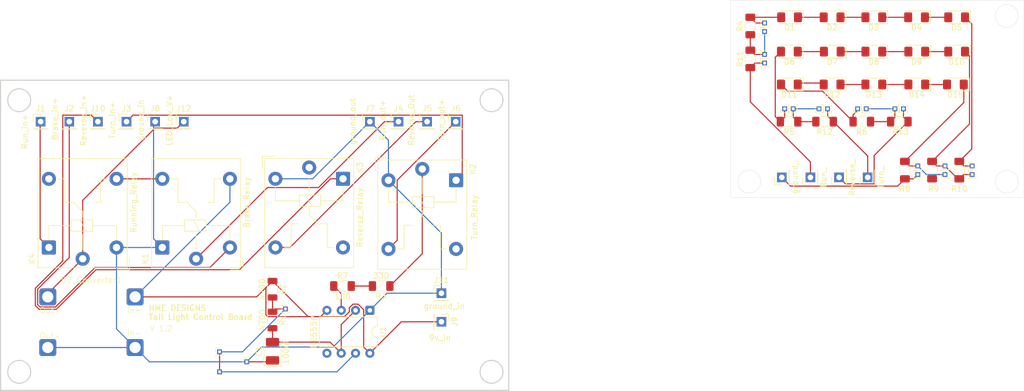
<source format=kicad_pcb>
(kicad_pcb (version 20241229) (generator "pcbnew") (generator_version "9.0")
  (title_block (title "Automotive Indicator Lights") (rev "0.0") (company "HME Engineering"))
  (layers (0 "F.Cu" signal) (2 "B.Cu" signal) (13 "F.Paste" user) (15 "B.Paste" user) (5 "F.SilkS" user "F.Silkscreen") (7 "B.SilkS" user "B.Silkscreen") (1 "F.Mask" user) (3 "B.Mask" user) (25 "Edge.Cuts" user))
  (net 0 "")
  (net 1 "GND")
  (net 2 "Net-(U1-THR)")
  (net 3 "Net-(J1-Pin_1)")
  (net 4 "Net-(J2-Pin_1)")
  (net 5 "Net-(J3-Pin_1)")
  (net 6 "Net-(J4-Pin_1)")
  (net 7 "Net-(J5-Pin_1)")
  (net 8 "Net-(J6-Pin_1)")
  (net 9 "Net-(DC_Converter1-Out+)")
  (net 11 "Net-(K2-Pad11)")
  (net 13 "Net-(U1-DIS)")
  (net 14 "+9V")
  (net 15 "Net-(U1-Q)")
  (net 17 "Net-(R3-Pad2)")
  (net 18 "Net-(J10-Pin_1)")
  (net 19 "Net-(K1-Pad12)")
  (net 20 "LED_High_V+")
  (net 22 "Net-(D1-K)")
  (net 23 "Net-(D2-K)")
  (net 24 "Net-(D3-K)")
  (net 25 "Net-(D4-K)")
  (net 26 "Net-(D10-K)")
  (net 27 "Net-(D6-K)")
  (net 28 "Net-(D7-K)")
  (net 29 "Net-(D8-K)")
  (net 30 "Net-(D10-A)")
  (net 31 "Net-(D11-K)")
  (net 32 "Net-(D12-K)")
  (net 33 "Net-(D13-K)")
  (net 34 "Net-(D14-K)")
  (net 35 "Net-(D1-A)")
  (net 36 "Net-(D5-K)")
  (net 37 "Net-(D6-A)")
  (net 38 "Net-(D11-A)")
  (net 39 "Net-(D15-K)")
  (net 40 "Net-(R11-Pad2)")
  (net 41 "Net-(R12-Pad2)")
  (net 42 "Net-(R13-Pad2)")
  (net 43 "Net-(J13-Pin_1)")
  (net 44 "Net-(J14-Pin_1)")
  (net 45 "Net-(J15-Pin_1)")
  (net 46 "Net-(J16-Pin_1)")
  (footprint "Connector_PinHeader_2.54mm:PinHeader_1x01_P2.54mm_Vertical" (layer "F.Cu") (at 105.41 46.99)
    (property "Reference" "J10" (at 0 -2.33 0) (layer "F.SilkS"))
    (property "Value" "Reverse_in+" (at -2.54 -0.254 90) (layer "F.SilkS"))
    (pad "1" thru_hole rect (at 0 0) (size 1.7 1.7) (drill 1) (layers "*.Cu" "*.Mask") (net 18 "Net-(J10-Pin_1)"))
  )
  (footprint "LED_SMD:LED_1206_3216Metric_Pad1.42x1.75mm_HandSolder" (layer "F.Cu") (at 250.719 40.386 180)
    (property "Reference" "D14" (at 0 -1.82 0) (layer "F.SilkS"))
    (property "Value" "LED")
    (pad "1" smd roundrect (at -1.4875 0 180) (size 1.425 1.75) (layers "F.Cu" "F.Mask" "F.Paste") (roundrect_rratio 0.175439) (net 34 "Net-(D14-K)"))
    (pad "2" smd roundrect (at 1.4875 0 180) (size 1.425 1.75) (layers "F.Cu" "F.Mask" "F.Paste") (roundrect_rratio 0.175439) (net 33 "Net-(D13-K)"))
  )
  (footprint "LED_SMD:LED_1206_3216Metric_Pad1.42x1.75mm_HandSolder" (layer "F.Cu") (at 243.099 28.448 180)
    (property "Reference" "D3" (at 0 -1.82 0) (layer "F.SilkS"))
    (property "Value" "LED")
    (pad "1" smd roundrect (at -1.4875 0 180) (size 1.425 1.75) (layers "F.Cu" "F.Mask" "F.Paste") (roundrect_rratio 0.175439) (net 24 "Net-(D3-K)"))
    (pad "2" smd roundrect (at 1.4875 0 180) (size 1.425 1.75) (layers "F.Cu" "F.Mask" "F.Paste") (roundrect_rratio 0.175439) (net 23 "Net-(D2-K)"))
  )
  (footprint "Capacitor_Tantalum_SMD:CP_EIA-3528-12_Kemet-T_Pad1.50x2.35mm_HandSolder" (layer "F.Cu") (at 136.398 87.783 90)
    (property "Reference" "C1" (at 0 -2.35 90) (layer "F.SilkS"))
    (property "Value" "100uF" (at 0 2.35 90) (layer "F.SilkS"))
    (pad "1" smd roundrect (at -1.625 0 90) (size 1.5 2.35) (layers "F.Cu" "F.Mask" "F.Paste") (roundrect_rratio 0.166667) (net 1 "GND"))
    (pad "2" smd roundrect (at 1.625 0 90) (size 1.5 2.35) (layers "F.Cu" "F.Mask" "F.Paste") (roundrect_rratio 0.166667) (net 2 "Net-(U1-THR)"))
  )
  (footprint "Connector_PinHeader_1.00mm:PinHeader_1x01_P1.00mm_Vertical" (layer "F.Cu") (at 255.726 54.864)
    (property "Reference" "REF**" (hide yes))
    (property "Value" "PinHeader_1x01_P1.00mm_Vertical" (hide yes))
    (pad "1" thru_hole rect (at 0 0) (size 0.85 0.85) (drill 0.5) (layers "*.Cu" "*.Mask") (net 26 "Net-(D10-K)"))
  )
  (footprint "LED_SMD:LED_1206_3216Metric_Pad1.42x1.75mm_HandSolder" (layer "F.Cu") (at 235.6965 28.448 180)
    (property "Reference" "D2" (at 0 -1.82 0) (layer "F.SilkS"))
    (property "Value" "LED")
    (pad "1" smd roundrect (at -1.4875 0 180) (size 1.425 1.75) (layers "F.Cu" "F.Mask" "F.Paste") (roundrect_rratio 0.175439) (net 23 "Net-(D2-K)"))
    (pad "2" smd roundrect (at 1.4875 0 180) (size 1.425 1.75) (layers "F.Cu" "F.Mask" "F.Paste") (roundrect_rratio 0.175439) (net 22 "Net-(D1-K)"))
  )
  (footprint "Connector_PinHeader_1.00mm:PinHeader_1x01_P1.00mm_Vertical" (layer "F.Cu") (at 260.552 54.864)
    (property "Reference" "REF**" (hide yes))
    (property "Value" "PinHeader_1x01_P1.00mm_Vertical" (hide yes))
    (pad "1" thru_hole rect (at 0 0) (size 0.85 0.85) (drill 0.5) (layers "*.Cu" "*.Mask") (net 36 "Net-(D5-K)"))
  )
  (footprint "Connector_PinHeader_1.00mm:PinHeader_1x01_P1.00mm_Vertical" (layer "F.Cu") (at 131.826 89.662)
    (property "Reference" "REF**" (hide yes))
    (property "Value" "PinHeader_1x01_P1.00mm_Vertical" (hide yes))
    (pad "1" thru_hole rect (at 0 0) (size 0.85 0.85) (drill 0.5) (layers "*.Cu" "*.Mask") (net 1 "GND"))
  )
  (footprint "Connector_PinHeader_2.54mm:PinHeader_1x01_P2.54mm_Vertical" (layer "F.Cu") (at 115.57 46.99)
    (property "Reference" "J8" (at 0 -2.33 0) (layer "F.SilkS"))
    (property "Value" "ground_in" (at -2.54 -0.254 90) (layer "F.SilkS"))
    (pad "1" thru_hole rect (at 0 0) (size 1.7 1.7) (drill 1) (layers "*.Cu" "*.Mask") (net 1 "GND"))
  )
  (footprint "Connector_PinHeader_1.00mm:PinHeader_1x01_P1.00mm_Vertical" (layer "F.Cu") (at 250.9 54.864)
    (property "Reference" "REF**" (hide yes))
    (property "Value" "PinHeader_1x01_P1.00mm_Vertical" (hide yes))
    (pad "1" thru_hole rect (at 0 0) (size 0.85 0.85) (drill 0.5) (layers "*.Cu" "*.Mask") (net 39 "Net-(D15-K)"))
  )
  (footprint "Connector_PinHeader_1.00mm:PinHeader_1x01_P1.00mm_Vertical" (layer "F.Cu") (at 228.802 44.704 90)
    (property "Reference" "REF**" (hide yes))
    (property "Value" "PinHeader_1x01_P1.00mm_Vertical" (hide yes))
    (pad "1" thru_hole rect (at 0 0 90) (size 0.85 0.85) (drill 0.5) (layers "*.Cu" "*.Mask") (net 41 "Net-(R12-Pad2)"))
  )
  (footprint "Connector_PinHeader_1.00mm:PinHeader_1x01_P1.00mm_Vertical" (layer "F.Cu") (at 223.722 29.464)
    (property "Reference" "REF**" (hide yes))
    (property "Value" "PinHeader_1x01_P1.00mm_Vertical" (hide yes))
    (pad "1" thru_hole rect (at 0 0) (size 0.85 0.85) (drill 0.5) (layers "*.Cu" "*.Mask") (net 35 "Net-(D1-A)"))
  )
  (footprint "Resistor_SMD:R_1206_3216Metric_Pad1.30x1.75mm_HandSolder" (layer "F.Cu") (at 234.364 46.99 180)
    (property "Reference" "R12" (at 0 -1.82 0) (layer "F.SilkS"))
    (property "Value" "330" (hide yes))
    (pad "1" smd roundrect (at -1.55 0 180) (size 1.3 1.75) (layers "F.Cu" "F.Mask" "F.Paste") (roundrect_rratio 0.192308) (net 44 "Net-(J14-Pin_1)"))
    (pad "2" smd roundrect (at 1.55 0 180) (size 1.3 1.75) (layers "F.Cu" "F.Mask" "F.Paste") (roundrect_rratio 0.192308) (net 41 "Net-(R12-Pad2)"))
  )
  (footprint "Connector_PinHeader_2.54mm:PinHeader_1x01_P2.54mm_Vertical" (layer "F.Cu") (at 166.37 77.47)
    (property "Reference" "J11" (at 0 -2.33 0) (layer "F.SilkS"))
    (property "Value" "ground_in" (at 0.508 2.286 0) (layer "F.SilkS"))
    (pad "1" thru_hole rect (at 0 0) (size 1.7 1.7) (drill 1) (layers "*.Cu" "*.Mask") (net 1 "GND"))
  )
  (footprint "Resistor_SMD:R_1206_3216Metric_Pad1.30x1.75mm_HandSolder" (layer "F.Cu") (at 247.624 46.99 180)
    (property "Reference" "R13" (at -0.228 -1.82 0) (layer "F.SilkS"))
    (property "Value" "330" (hide yes))
    (pad "1" smd roundrect (at -1.55 0 180) (size 1.3 1.75) (layers "F.Cu" "F.Mask" "F.Paste") (roundrect_rratio 0.192308) (net 45 "Net-(J15-Pin_1)"))
    (pad "2" smd roundrect (at 1.55 0 180) (size 1.3 1.75) (layers "F.Cu" "F.Mask" "F.Paste") (roundrect_rratio 0.192308) (net 42 "Net-(R13-Pad2)"))
  )
  (footprint "Relay_THT:Relay_SPDT_Hongfa_JQC-3FF_0XX-1Z" (layer "F.Cu") (at 168.972 57.404 -90)
    (property "Reference" "K2" (at -2 -3 90) (layer "F.SilkS"))
    (property "Value" "Turn_Relay" (at 6.604 -3.24 90) (layer "F.SilkS"))
    (pad "11" thru_hole circle (at -2 6 270) (size 2.5 2.5) (drill 1.3) (layers "*.Cu" "*.Mask") (net 11 "Net-(K2-Pad11)"))
    (pad "12" thru_hole circle (at 12.2 0 270) (size 2.5 2.5) (drill 1.3) (layers "*.Cu" "*.Mask"))
    (pad "14" thru_hole circle (at 12.2 12 270) (size 2.5 2.5) (drill 1.3) (layers "*.Cu" "*.Mask") (net 8 "Net-(J6-Pin_1)"))
    (pad "A1" thru_hole roundrect (at 0 0 270) (size 2.5 2.5) (drill 1.3) (layers "*.Cu" "*.Mask") (roundrect_rratio 0.1) (net 5 "Net-(J3-Pin_1)"))
    (pad "A2" thru_hole circle (at 0 12 270) (size 2.5 2.5) (drill 1.3) (layers "*.Cu" "*.Mask") (net 1 "GND"))
  )
  (footprint "Resistor_SMD:R_1206_3216Metric" (layer "F.Cu") (at 136.398 82.2345 -90)
    (property "Reference" "R1" (at 0 -1.82 90) (layer "F.SilkS"))
    (property "Value" "4700" (at 0 1.82 90) (layer "F.SilkS"))
    (pad "1" smd roundrect (at -1.4625 0 270) (size 1.125 1.75) (layers "F.Cu" "F.Mask" "F.Paste") (roundrect_rratio 0.222222) (net 13 "Net-(U1-DIS)"))
    (pad "2" smd roundrect (at 1.4625 0 270) (size 1.125 1.75) (layers "F.Cu" "F.Mask" "F.Paste") (roundrect_rratio 0.222222) (net 2 "Net-(U1-THR)"))
  )
  (footprint "LED_SMD:LED_1206_3216Metric_Pad1.42x1.75mm_HandSolder" (layer "F.Cu") (at 228.113 40.386 180)
    (property "Reference" "D11" (at 0 -1.82 0) (layer "F.SilkS"))
    (property "Value" "LED")
    (pad "1" smd roundrect (at -1.4875 0 180) (size 1.425 1.75) (layers "F.Cu" "F.Mask" "F.Paste") (roundrect_rratio 0.175439) (net 31 "Net-(D11-K)"))
    (pad "2" smd roundrect (at 1.4875 0 180) (size 1.425 1.75) (layers "F.Cu" "F.Mask" "F.Paste") (roundrect_rratio 0.175439) (net 38 "Net-(D11-A)"))
  )
  (footprint "Converter_DCDC:MH-MINI-360" (layer "F.Cu") (at 103.514 89.622)
    (property "Reference" "DC_Converter1" (at 0.75 -14.5 0) (layer "F.SilkS") (effects (font (thickness 0.1))))
    (property "Value" "~")
    (fp_text user "Out+" (at -8.5 -8.5 0) (layer "F.SilkS") (effects (font (thickness 0.1)) (justify left bottom)))
    (fp_text user "In-" (at 7 -4.5 0) (layer "F.SilkS") (effects (font (thickness 0.1)) (justify left bottom)))
    (fp_text user "Out-" (at -8.5 -4 0) (layer "F.SilkS") (effects (font (thickness 0.1)) (justify left bottom)))
    (fp_text user "In+" (at 7 -8.5 0) (layer "F.SilkS") (effects (font (thickness 0.1)) (justify left bottom)))
    (pad "1" thru_hole roundrect (at -7 -11.5) (size 3 3) (drill 2) (layers "*.Cu" "*.Mask") (roundrect_rratio 0.15) (net 9 "Net-(DC_Converter1-Out+)"))
    (pad "2" thru_hole roundrect (at -7 -2.5) (size 3 3) (drill 2) (layers "*.Cu" "*.Mask") (roundrect_rratio 0.15) (net 1 "GND"))
    (pad "3" thru_hole roundrect (at 8.5 -11.5) (size 3 3) (drill 2) (layers "*.Cu" "*.Mask") (roundrect_rratio 0.15) (net 14 "+9V"))
    (pad "4" thru_hole roundrect (at 8.5 -2.5) (size 3 3) (drill 2) (layers "*.Cu" "*.Mask") (roundrect_rratio 0.15) (net 1 "GND"))
  )
  (footprint "Connector_PinHeader_1.00mm:PinHeader_1x01_P1.00mm_Vertical" (layer "F.Cu") (at 233.374 44.704 90)
    (property "Reference" "REF**" (hide yes))
    (property "Value" "PinHeader_1x01_P1.00mm_Vertical" (hide yes))
    (pad "1" thru_hole rect (at 0 0 90) (size 0.85 0.85) (drill 0.5) (layers "*.Cu" "*.Mask") (net 41 "Net-(R12-Pad2)"))
  )
  (footprint "Connector_PinHeader_1.00mm:PinHeader_1x01_P1.00mm_Vertical" (layer "F.Cu") (at 241.756 44.704 90)
    (property "Reference" "REF**" (hide yes))
    (property "Value" "PinHeader_1x01_P1.00mm_Vertical" (hide yes))
    (pad "1" thru_hole rect (at 0 0 90) (size 0.85 0.85) (drill 0.5) (layers "*.Cu" "*.Mask") (net 42 "Net-(R13-Pad2)"))
  )
  (footprint "Connector_PinHeader_1.00mm:PinHeader_1x01_P1.00mm_Vertical" (layer "F.Cu") (at 227.278 44.704 90)
    (property "Reference" "REF**" (hide yes))
    (property "Value" "PinHeader_1x01_P1.00mm_Vertical" (hide yes))
    (pad "1" thru_hole rect (at 0 0 90) (size 0.85 0.85) (drill 0.5) (layers "*.Cu" "*.Mask") (net 37 "Net-(D6-A)"))
  )
  (footprint "" (layer "F.Cu") (at 127 91.44)
    (property "Reference" "" (at 0 0 0) (layer "F.SilkS") (effects (font (size 1.27 1.27))))
    (property "Value" "")
    (pad "1" thru_hole rect (at 0 0) (size 0.85 0.85) (drill 0.5) (layers "*.Cu" "*.Mask") (net 13 "Net-(U1-DIS)"))
  )
  (footprint "Package_DIP:DIP-8_W7.62mm" (layer "F.Cu") (at 153.67 80.518 -90)
    (property "Reference" "U1" (at 3.81 -2.33 90) (layer "F.SilkS"))
    (property "Value" "NE555P" (at 3.81 9.95 90) (layer "F.SilkS"))
    (pad "1" thru_hole roundrect (at 0 0 270) (size 1.6 1.6) (drill 0.8) (layers "*.Cu" "*.Mask") (roundrect_rratio 0.15625) (net 1 "GND"))
    (pad "2" thru_hole circle (at 0 2.54 270) (size 1.6 1.6) (drill 0.8) (layers "*.Cu" "*.Mask") (net 2 "Net-(U1-THR)"))
    (pad "3" thru_hole circle (at 0 5.08 270) (size 1.6 1.6) (drill 0.8) (layers "*.Cu" "*.Mask") (net 15 "Net-(U1-Q)"))
    (pad "4" thru_hole circle (at 0 7.62 270) (size 1.6 1.6) (drill 0.8) (layers "*.Cu" "*.Mask") (net 14 "+9V"))
    (pad "5" thru_hole circle (at 7.62 7.62 270) (size 1.6 1.6) (drill 0.8) (layers "*.Cu" "*.Mask"))
    (pad "6" thru_hole circle (at 7.62 5.08 270) (size 1.6 1.6) (drill 0.8) (layers "*.Cu" "*.Mask") (net 2 "Net-(U1-THR)"))
    (pad "7" thru_hole circle (at 7.62 2.54 270) (size 1.6 1.6) (drill 0.8) (layers "*.Cu" "*.Mask") (net 13 "Net-(U1-DIS)"))
    (pad "8" thru_hole circle (at 7.62 0 270) (size 1.6 1.6) (drill 0.8) (layers "*.Cu" "*.Mask") (net 14 "+9V"))
  )
  (footprint "Connector_PinHeader_1.00mm:PinHeader_1x01_P1.00mm_Vertical" (layer "F.Cu") (at 248.36 44.704 90)
    (property "Reference" "REF**" (hide yes))
    (property "Value" "PinHeader_1x01_P1.00mm_Vertical" (hide yes))
    (pad "1" thru_hole rect (at 0 0 90) (size 0.85 0.85) (drill 0.5) (layers "*.Cu" "*.Mask") (net 45 "Net-(J15-Pin_1)"))
  )
  (footprint "Connector_PinHeader_1.00mm:PinHeader_1x01_P1.00mm_Vertical" (layer "F.Cu") (at 223.722 35.052)
    (property "Reference" "REF**" (hide yes))
    (property "Value" "PinHeader_1x01_P1.00mm_Vertical" (hide yes))
    (pad "1" thru_hole rect (at 0 0) (size 0.85 0.85) (drill 0.5) (layers "*.Cu" "*.Mask") (net 40 "Net-(R11-Pad2)"))
  )
  (footprint "Connector_PinHeader_2.54mm:PinHeader_1x01_P2.54mm_Vertical" (layer "F.Cu") (at 110.49 46.99)
    (property "Reference" "J3" (at 0 -2.33 0) (layer "F.SilkS"))
    (property "Value" "Turn_in+" (at -2.54 -0.254 90) (layer "F.SilkS"))
    (pad "1" thru_hole rect (at 0 0) (size 1.7 1.7) (drill 1) (layers "*.Cu" "*.Mask") (net 5 "Net-(J3-Pin_1)"))
  )
  (footprint "Resistor_SMD:R_1206_3216Metric_Pad1.30x1.75mm_HandSolder" (layer "F.Cu") (at 253.44 55.6 90)
    (property "Reference" "R9" (at -3.328 0.254 180) (layer "F.SilkS"))
    (property "Value" "330" (hide yes))
    (pad "1" smd roundrect (at -1.55 0 90) (size 1.3 1.75) (layers "F.Cu" "F.Mask" "F.Paste") (roundrect_rratio 0.192308) (net 39 "Net-(D15-K)"))
    (pad "2" smd roundrect (at 1.55 0 90) (size 1.3 1.75) (layers "F.Cu" "F.Mask" "F.Paste") (roundrect_rratio 0.192308) (net 26 "Net-(D10-K)"))
  )
  (footprint "LED_SMD:LED_1206_3216Metric_Pad1.42x1.75mm_HandSolder" (layer "F.Cu") (at 243.099 40.386 180)
    (property "Reference" "D13" (at 0 -1.82 0) (layer "F.SilkS"))
    (property "Value" "LED")
    (pad "1" smd roundrect (at -1.4875 0 180) (size 1.425 1.75) (layers "F.Cu" "F.Mask" "F.Paste") (roundrect_rratio 0.175439) (net 33 "Net-(D13-K)"))
    (pad "2" smd roundrect (at 1.4875 0 180) (size 1.425 1.75) (layers "F.Cu" "F.Mask" "F.Paste") (roundrect_rratio 0.175439) (net 32 "Net-(D12-K)"))
  )
  (footprint "Resistor_SMD:R_1206_3216Metric_Pad1.30x1.75mm_HandSolder" (layer "F.Cu") (at 228.066 46.99 180)
    (property "Reference" "R5" (at 0 -1.82 0) (layer "F.SilkS"))
    (property "Value" "330" (hide yes))
    (pad "1" smd roundrect (at -1.55 0 180) (size 1.3 1.75) (layers "F.Cu" "F.Mask" "F.Paste") (roundrect_rratio 0.192308) (net 41 "Net-(R12-Pad2)"))
    (pad "2" smd roundrect (at 1.55 0 180) (size 1.3 1.75) (layers "F.Cu" "F.Mask" "F.Paste") (roundrect_rratio 0.192308) (net 37 "Net-(D6-A)"))
  )
  (footprint "LED_SMD:LED_1206_3216Metric_Pad1.42x1.75mm_HandSolder" (layer "F.Cu") (at 250.719 34.544 180)
    (property "Reference" "D9" (at 0 -1.82 0) (layer "F.SilkS"))
    (property "Value" "LED")
    (pad "1" smd roundrect (at -1.4875 0 180) (size 1.425 1.75) (layers "F.Cu" "F.Mask" "F.Paste") (roundrect_rratio 0.175439) (net 30 "Net-(D10-A)"))
    (pad "2" smd roundrect (at 1.4875 0 180) (size 1.425 1.75) (layers "F.Cu" "F.Mask" "F.Paste") (roundrect_rratio 0.175439) (net 29 "Net-(D8-K)"))
  )
  (footprint "Resistor_SMD:R_1206_3216Metric_Pad1.30x1.75mm_HandSolder" (layer "F.Cu") (at 221.182 35.84 90)
    (property "Reference" "R11" (at 0 -1.82 90) (layer "F.SilkS"))
    (property "Value" "330" (hide yes))
    (pad "1" smd roundrect (at -1.55 0 90) (size 1.3 1.75) (layers "F.Cu" "F.Mask" "F.Paste") (roundrect_rratio 0.192308) (net 43 "Net-(J13-Pin_1)"))
    (pad "2" smd roundrect (at 1.55 0 90) (size 1.3 1.75) (layers "F.Cu" "F.Mask" "F.Paste") (roundrect_rratio 0.192308) (net 40 "Net-(R11-Pad2)"))
  )
  (footprint "Resistor_SMD:R_1206_3216Metric_Pad1.30x1.75mm_HandSolder" (layer "F.Cu") (at 248.614 55.6 90)
    (property "Reference" "R8" (at -3.328 0 180) (layer "F.SilkS"))
    (property "Value" "330" (hide yes))
    (pad "1" smd roundrect (at -1.55 0 90) (size 1.3 1.75) (layers "F.Cu" "F.Mask" "F.Paste") (roundrect_rratio 0.192308) (net 46 "Net-(J16-Pin_1)"))
    (pad "2" smd roundrect (at 1.55 0 90) (size 1.3 1.75) (layers "F.Cu" "F.Mask" "F.Paste") (roundrect_rratio 0.192308) (net 39 "Net-(D15-K)"))
  )
  (footprint "Connector_PinHeader_1.00mm:PinHeader_1x01_P1.00mm_Vertical" (layer "F.Cu") (at 138.684 80.264)
    (property "Reference" "REF**" (hide yes))
    (property "Value" "PinHeader_1x01_P1.00mm_Vertical" (hide yes))
    (pad "1" thru_hole rect (at 0 0) (size 0.85 0.85) (drill 0.5) (layers "*.Cu" "*.Mask") (net 13 "Net-(U1-DIS)"))
  )
  (footprint "Connector_PinHeader_1.00mm:PinHeader_1x01_P1.00mm_Vertical" (layer "F.Cu") (at 234.898 44.704 90)
    (property "Reference" "REF**" (hide yes))
    (property "Value" "PinHeader_1x01_P1.00mm_Vertical" (hide yes))
    (pad "1" thru_hole rect (at 0 0 90) (size 0.85 0.85) (drill 0.5) (layers "*.Cu" "*.Mask") (net 44 "Net-(J14-Pin_1)"))
  )
  (footprint "Resistor_SMD:R_1206_3216Metric_Pad1.30x1.75mm_HandSolder" (layer "F.Cu") (at 258.266 55.6 90)
    (property "Reference" "R10" (at -3.328 0 180) (layer "F.SilkS"))
    (property "Value" "330" (hide yes))
    (pad "1" smd roundrect (at -1.55 0 90) (size 1.3 1.75) (layers "F.Cu" "F.Mask" "F.Paste") (roundrect_rratio 0.192308) (net 26 "Net-(D10-K)"))
    (pad "2" smd roundrect (at 1.55 0 90) (size 1.3 1.75) (layers "F.Cu" "F.Mask" "F.Paste") (roundrect_rratio 0.192308) (net 36 "Net-(D5-K)"))
  )
  (footprint "Connector_PinHeader_2.54mm:PinHeader_1x01_P2.54mm_Vertical" (layer "F.Cu") (at 95.25 46.99)
    (property "Reference" "J1" (at 0 -2.33 0) (layer "F.SilkS"))
    (property "Value" "Run_in+" (at -2.794 1.778 90) (layer "F.SilkS"))
    (pad "1" thru_hole rect (at 0 0) (size 1.7 1.7) (drill 1) (layers "*.Cu" "*.Mask") (net 3 "Net-(J1-Pin_1)"))
  )
  (footprint "Connector_PinHeader_2.54mm:PinHeader_1x01_P2.54mm_Vertical" (layer "F.Cu") (at 153.67 46.99)
    (property "Reference" "J7" (at 0 -2.33 0) (layer "F.SilkS"))
    (property "Value" "ground_out" (at -3.048 0 90) (layer "F.SilkS"))
    (pad "1" thru_hole rect (at 0 0) (size 1.7 1.7) (drill 1) (layers "*.Cu" "*.Mask") (net 1 "GND"))
  )
  (footprint "Relay_THT:Relay_SPDT_Hongfa_JQC-3FF_0XX-1Z" (layer "F.Cu") (at 148.906 57.142 -90)
    (property "Reference" "K3" (at -2 -3 90) (layer "F.SilkS"))
    (property "Value" "Reverse_Relay" (at 6.866 -2.986 90) (layer "F.SilkS"))
    (pad "11" thru_hole circle (at -2 6 270) (size 2.5 2.5) (drill 1.3) (layers "*.Cu" "*.Mask") (net 20 "LED_High_V+"))
    (pad "12" thru_hole circle (at 12.2 0 270) (size 2.5 2.5) (drill 1.3) (layers "*.Cu" "*.Mask"))
    (pad "14" thru_hole circle (at 12.2 12 270) (size 2.5 2.5) (drill 1.3) (layers "*.Cu" "*.Mask") (net 7 "Net-(J5-Pin_1)"))
    (pad "A1" thru_hole roundrect (at 0 0 270) (size 2.5 2.5) (drill 1.3) (layers "*.Cu" "*.Mask") (roundrect_rratio 0.1) (net 18 "Net-(J10-Pin_1)"))
    (pad "A2" thru_hole circle (at 0 12 270) (size 2.5 2.5) (drill 1.3) (layers "*.Cu" "*.Mask") (net 1 "GND"))
  )
  (footprint "Connector_PinHeader_1.00mm:PinHeader_1x01_P1.00mm_Vertical" (layer "F.Cu") (at 223.722 36.576)
    (property "Reference" "REF**" (hide yes))
    (property "Value" "PinHeader_1x01_P1.00mm_Vertical" (hide yes))
    (pad "1" thru_hole rect (at 0 0) (size 0.85 0.85) (drill 0.5) (layers "*.Cu" "*.Mask") (net 43 "Net-(J13-Pin_1)"))
  )
  (footprint "Resistor_SMD:R_1206_3216Metric_Pad1.30x1.75mm_HandSolder" (layer "F.Cu") (at 240.968 46.99 180)
    (property "Reference" "R6" (at 0 -1.82 0) (layer "F.SilkS"))
    (property "Value" "330" (hide yes))
    (pad "1" smd roundrect (at -1.55 0 180) (size 1.3 1.75) (layers "F.Cu" "F.Mask" "F.Paste") (roundrect_rratio 0.192308) (net 42 "Net-(R13-Pad2)"))
    (pad "2" smd roundrect (at 1.55 0 180) (size 1.3 1.75) (layers "F.Cu" "F.Mask" "F.Paste") (roundrect_rratio 0.192308) (net 38 "Net-(D11-A)"))
  )
  (footprint "Connector_PinHeader_2.54mm:PinHeader_1x01_P2.54mm_Vertical" (layer "F.Cu") (at 158.75 46.99)
    (property "Reference" "J4" (at 0 -2.33 0) (layer "F.SilkS"))
    (property "Value" "Run_out+" (at -2.794 -0.254 90) (layer "F.SilkS"))
    (pad "1" thru_hole rect (at 0 0) (size 1.7 1.7) (drill 1) (layers "*.Cu" "*.Mask") (net 6 "Net-(J4-Pin_1)"))
  )
  (footprint "LED_SMD:LED_1206_3216Metric_Pad1.42x1.75mm_HandSolder" (layer "F.Cu") (at 228.1495 28.448 180)
    (property "Reference" "D1" (at 0 -1.82 0) (layer "F.SilkS"))
    (property "Value" "LED")
    (pad "1" smd roundrect (at -1.4875 0 180) (size 1.425 1.75) (layers "F.Cu" "F.Mask" "F.Paste") (roundrect_rratio 0.175439) (net 22 "Net-(D1-K)"))
    (pad "2" smd roundrect (at 1.4875 0 180) (size 1.425 1.75) (layers "F.Cu" "F.Mask" "F.Paste") (roundrect_rratio 0.175439) (net 35 "Net-(D1-A)"))
  )
  (footprint "Connector_PinHeader_2.54mm:PinHeader_1x01_P2.54mm_Vertical" (layer "F.Cu") (at 231.85 56.896 90)
    (property "Reference" "J13" (hide yes))
    (property "Value" "Run_" (at 0 2.33 90) (layer "F.SilkS"))
    (pad "1" thru_hole rect (at 0 0 90) (size 1.7 1.7) (drill 1) (layers "*.Cu" "*.Mask") (net 43 "Net-(J13-Pin_1)"))
  )
  (footprint "Connector_PinHeader_2.54mm:PinHeader_1x01_P2.54mm_Vertical" (layer "F.Cu") (at 242.01 56.896 90)
    (property "Reference" "J14" (hide yes))
    (property "Value" "Turn_" (at 0 2.33 90) (layer "F.SilkS"))
    (pad "1" thru_hole rect (at 0 0 90) (size 1.7 1.7) (drill 1) (layers "*.Cu" "*.Mask") (net 44 "Net-(J14-Pin_1)"))
  )
  (footprint "LED_SMD:LED_1206_3216Metric_Pad1.42x1.75mm_HandSolder" (layer "F.Cu") (at 235.6965 40.386 180)
    (property "Reference" "D12" (at 0 -1.82 0) (layer "F.SilkS"))
    (property "Value" "LED")
    (pad "1" smd roundrect (at -1.4875 0 180) (size 1.425 1.75) (layers "F.Cu" "F.Mask" "F.Paste") (roundrect_rratio 0.175439) (net 32 "Net-(D12-K)"))
    (pad "2" smd roundrect (at 1.4875 0 180) (size 1.425 1.75) (layers "F.Cu" "F.Mask" "F.Paste") (roundrect_rratio 0.175439) (net 31 "Net-(D11-K)"))
  )
  (footprint "Connector_PinHeader_2.54mm:PinHeader_1x01_P2.54mm_Vertical" (layer "F.Cu") (at 120.65 46.99)
    (property "Reference" "J12" (at 0 -2.33 0) (layer "F.SilkS"))
    (property "Value" "LED_Low_V+" (at -2.54 -0.254 90) (layer "F.SilkS"))
    (pad "1" thru_hole rect (at 0 0) (size 1.7 1.7) (drill 1) (layers "*.Cu" "*.Mask") (net 9 "Net-(DC_Converter1-Out+)"))
  )
  (footprint "LED_SMD:LED_1206_3216Metric_Pad1.42x1.75mm_HandSolder" (layer "F.Cu") (at 243.099 34.544 180)
    (property "Reference" "D8" (at 0 -1.82 0) (layer "F.SilkS"))
    (property "Value" "LED")
    (pad "1" smd roundrect (at -1.4875 0 180) (size 1.425 1.75) (layers "F.Cu" "F.Mask" "F.Paste") (roundrect_rratio 0.175439) (net 29 "Net-(D8-K)"))
    (pad "2" smd roundrect (at 1.4875 0 180) (size 1.425 1.75) (layers "F.Cu" "F.Mask" "F.Paste") (roundrect_rratio 0.175439) (net 28 "Net-(D7-K)"))
  )
  (footprint "Connector_PinHeader_1.00mm:PinHeader_1x01_P1.00mm_Vertical" (layer "F.Cu") (at 246.836 44.704 90)
    (property "Reference" "REF**" (hide yes))
    (property "Value" "PinHeader_1x01_P1.00mm_Vertical" (hide yes))
    (pad "1" thru_hole rect (at 0 0 90) (size 0.85 0.85) (drill 0.5) (layers "*.Cu" "*.Mask") (net 42 "Net-(R13-Pad2)"))
  )
  (footprint "Connector_PinHeader_2.54mm:PinHeader_1x01_P2.54mm_Vertical" (layer "F.Cu") (at 236.93 56.896 90)
    (property "Reference" "J15" (hide yes))
    (property "Value" "Reverse_" (at 0 2.33 90) (layer "F.SilkS"))
    (pad "1" thru_hole rect (at 0 0 90) (size 1.7 1.7) (drill 1) (layers "*.Cu" "*.Mask") (net 45 "Net-(J15-Pin_1)"))
  )
  (footprint "LED_SMD:LED_1206_3216Metric_Pad1.42x1.75mm_HandSolder" (layer "F.Cu") (at 250.6825 28.448 180)
    (property "Reference" "D4" (at 0 -1.82 0) (layer "F.SilkS"))
    (property "Value" "LED")
    (pad "1" smd roundrect (at -1.4875 0 180) (size 1.425 1.75) (layers "F.Cu" "F.Mask" "F.Paste") (roundrect_rratio 0.175439) (net 25 "Net-(D4-K)"))
    (pad "2" smd roundrect (at 1.4875 0 180) (size 1.425 1.75) (layers "F.Cu" "F.Mask" "F.Paste") (roundrect_rratio 0.175439) (net 24 "Net-(D3-K)"))
  )
  (footprint "Connector_PinHeader_2.54mm:PinHeader_1x01_P2.54mm_Vertical" (layer "F.Cu") (at 100.33 46.99)
    (property "Reference" "J2" (at 0 -2.33 0) (layer "F.SilkS"))
    (property "Value" "Brake_in+" (at -2.54 -0.508 90) (layer "F.SilkS"))
    (pad "1" thru_hole rect (at 0 0) (size 1.7 1.7) (drill 1) (layers "*.Cu" "*.Mask") (net 4 "Net-(J2-Pin_1)"))
  )
  (footprint "Connector_PinHeader_1.00mm:PinHeader_1x01_P1.00mm_Vertical" (layer "F.Cu") (at 260.552 56.388)
    (property "Reference" "REF**" (hide yes))
    (property "Value" "PinHeader_1x01_P1.00mm_Vertical" (hide yes))
    (pad "1" thru_hole rect (at 0 0) (size 0.85 0.85) (drill 0.5) (layers "*.Cu" "*.Mask") (net 26 "Net-(D10-K)"))
  )
  (footprint "Connector_PinHeader_2.54mm:PinHeader_1x01_P2.54mm_Vertical" (layer "F.Cu") (at 163.83 46.99)
    (property "Reference" "J5" (at 0 -2.33 0) (layer "F.SilkS"))
    (property "Value" "Reverse_Out" (at -2.794 -0.254 90) (layer "F.SilkS"))
    (pad "1" thru_hole rect (at 0 0) (size 1.7 1.7) (drill 1) (layers "*.Cu" "*.Mask") (net 7 "Net-(J5-Pin_1)"))
  )
  (footprint "Resistor_SMD:R_1206_3216Metric" (layer "F.Cu") (at 136.398 76.7695 -90)
    (property "Reference" "R2" (at 0 -1.82 90) (layer "F.SilkS"))
    (property "Value" "4700" (at 0 1.82 90) (layer "F.SilkS"))
    (pad "1" smd roundrect (at -1.4625 0 270) (size 1.125 1.75) (layers "F.Cu" "F.Mask" "F.Paste") (roundrect_rratio 0.222222) (net 14 "+9V"))
    (pad "2" smd roundrect (at 1.4625 0 270) (size 1.125 1.75) (layers "F.Cu" "F.Mask" "F.Paste") (roundrect_rratio 0.222222) (net 13 "Net-(U1-DIS)"))
  )
  (footprint "LED_SMD:LED_1206_3216Metric_Pad1.42x1.75mm_HandSolder" (layer "F.Cu") (at 257.7945 34.544 180)
    (property "Reference" "D10" (at 0 -1.82 0) (layer "F.SilkS"))
    (property "Value" "LED")
    (pad "1" smd roundrect (at -1.4875 0 180) (size 1.425 1.75) (layers "F.Cu" "F.Mask" "F.Paste") (roundrect_rratio 0.175439) (net 26 "Net-(D10-K)"))
    (pad "2" smd roundrect (at 1.4875 0 180) (size 1.425 1.75) (layers "F.Cu" "F.Mask" "F.Paste") (roundrect_rratio 0.175439) (net 30 "Net-(D10-A)"))
  )
  (footprint "Connector_PinHeader_2.54mm:PinHeader_1x01_P2.54mm_Vertical" (layer "F.Cu") (at 168.91 46.99)
    (property "Reference" "J6" (at 0 -2.33 0) (layer "F.SilkS"))
    (property "Value" "Turn_out+" (at -2.54 -0.254 90) (layer "F.SilkS"))
    (pad "1" thru_hole rect (at 0 0) (size 1.7 1.7) (drill 1) (layers "*.Cu" "*.Mask") (net 8 "Net-(J6-Pin_1)"))
  )
  (footprint "Relay_THT:Relay_SPDT_Hongfa_JQC-3FF_0XX-1Z" (layer "F.Cu") (at 96.712 69.35 90)
    (property "Reference" "K4" (at -2 -3 90) (layer "F.SilkS"))
    (property "Value" "Running_Relay" (at 8 15.048 90) (layer "F.SilkS"))
    (pad "11" thru_hole circle (at -2 6 90) (size 2.5 2.5) (drill 1.3) (layers "*.Cu" "*.Mask") (net 9 "Net-(DC_Converter1-Out+)"))
    (pad "12" thru_hole circle (at 12.2 0 90) (size 2.5 2.5) (drill 1.3) (layers "*.Cu" "*.Mask"))
    (pad "14" thru_hole circle (at 12.2 12 90) (size 2.5 2.5) (drill 1.3) (layers "*.Cu" "*.Mask") (net 19 "Net-(K1-Pad12)"))
    (pad "A1" thru_hole roundrect (at 0 0 90) (size 2.5 2.5) (drill 1.3) (layers "*.Cu" "*.Mask") (roundrect_rratio 0.1) (net 3 "Net-(J1-Pin_1)"))
    (pad "A2" thru_hole circle (at 0 12 90) (size 2.5 2.5) (drill 1.3) (layers "*.Cu" "*.Mask") (net 1 "GND"))
  )
  (footprint "Connector_PinHeader_1.00mm:PinHeader_1x01_P1.00mm_Vertical" (layer "F.Cu") (at 255.726 56.388)
    (property "Reference" "REF**" (hide yes))
    (property "Value" "PinHeader_1x01_P1.00mm_Vertical" (hide yes))
    (pad "1" thru_hole rect (at 0 0) (size 0.85 0.85) (drill 0.5) (layers "*.Cu" "*.Mask") (net 39 "Net-(D15-K)"))
  )
  (footprint "Connector_PinHeader_1.00mm:PinHeader_1x01_P1.00mm_Vertical" (layer "F.Cu") (at 240.232 44.704 90)
    (property "Reference" "REF**" (hide yes))
    (property "Value" "PinHeader_1x01_P1.00mm_Vertical" (hide yes))
    (pad "1" thru_hole rect (at 0 0 90) (size 0.85 0.85) (drill 0.5) (layers "*.Cu" "*.Mask") (net 38 "Net-(D11-A)"))
  )
  (footprint "Resistor_SMD:R_1206_3216Metric_Pad1.30x1.75mm_HandSolder" (layer "F.Cu") (at 148.818 76.2)
    (property "Reference" "R7" (at 0 -1.82 0) (layer "F.SilkS"))
    (property "Value" "100" (at 0 1.82 0) (layer "F.SilkS"))
    (pad "1" smd roundrect (at -1.55 0) (size 1.3 1.75) (layers "F.Cu" "F.Mask" "F.Paste") (roundrect_rratio 0.192308) (net 15 "Net-(U1-Q)"))
    (pad "2" smd roundrect (at 1.55 0) (size 1.3 1.75) (layers "F.Cu" "F.Mask" "F.Paste") (roundrect_rratio 0.192308) (net 17 "Net-(R3-Pad2)"))
  )
  (footprint "LED_SMD:LED_1206_3216Metric_Pad1.42x1.75mm_HandSolder" (layer "F.Cu") (at 228.113 34.544 180)
    (property "Reference" "D6" (at 0 -1.82 0) (layer "F.SilkS"))
    (property "Value" "LED")
    (pad "1" smd roundrect (at -1.4875 0 180) (size 1.425 1.75) (layers "F.Cu" "F.Mask" "F.Paste") (roundrect_rratio 0.175439) (net 27 "Net-(D6-K)"))
    (pad "2" smd roundrect (at 1.4875 0 180) (size 1.425 1.75) (layers "F.Cu" "F.Mask" "F.Paste") (roundrect_rratio 0.175439) (net 37 "Net-(D6-A)"))
  )
  (footprint "Connector_PinHeader_2.54mm:PinHeader_1x01_P2.54mm_Vertical" (layer "F.Cu") (at 226.77 56.896 90)
    (property "Reference" "J16" (hide yes))
    (property "Value" "ground_" (at 0 2.33 90) (layer "F.SilkS"))
    (pad "1" thru_hole rect (at 0 0 90) (size 1.7 1.7) (drill 1) (layers "*.Cu" "*.Mask") (net 46 "Net-(J16-Pin_1)"))
  )
  (footprint "Connector_PinHeader_1.00mm:PinHeader_1x01_P1.00mm_Vertical" (layer "F.Cu") (at 223.722 30.988)
    (property "Reference" "REF**" (hide yes))
    (property "Value" "PinHeader_1x01_P1.00mm_Vertical" (hide yes))
    (pad "1" thru_hole rect (at 0 0) (size 0.85 0.85) (drill 0.5) (layers "*.Cu" "*.Mask") (net 40 "Net-(R11-Pad2)"))
  )
  (footprint "Connector_PinHeader_1.00mm:PinHeader_1x01_P1.00mm_Vertical" (layer "F.Cu") (at 250.9 56.388)
    (property "Reference" "REF**" (hide yes))
    (property "Value" "PinHeader_1x01_P1.00mm_Vertical" (hide yes))
    (pad "1" thru_hole rect (at 0 0) (size 0.85 0.85) (drill 0.5) (layers "*.Cu" "*.Mask") (net 46 "Net-(J16-Pin_1)"))
  )
  (footprint "LED_SMD:LED_1206_3216Metric_Pad1.42x1.75mm_HandSolder" (layer "F.Cu") (at 257.577 40.386 180)
    (property "Reference" "D15" (at 0 -1.82 0) (layer "F.SilkS"))
    (property "Value" "LED")
    (pad "1" smd roundrect (at -1.4875 0 180) (size 1.425 1.75) (layers "F.Cu" "F.Mask" "F.Paste") (roundrect_rratio 0.175439) (net 39 "Net-(D15-K)"))
    (pad "2" smd roundrect (at 1.4875 0 180) (size 1.425 1.75) (layers "F.Cu" "F.Mask" "F.Paste") (roundrect_rratio 0.175439) (net 34 "Net-(D14-K)"))
  )
  (footprint "LED_SMD:LED_1206_3216Metric_Pad1.42x1.75mm_HandSolder" (layer "F.Cu") (at 257.7945 28.448 180)
    (property "Reference" "D5" (at 0 -1.82 0) (layer "F.SilkS"))
    (property "Value" "LED")
    (pad "1" smd roundrect (at -1.4875 0 180) (size 1.425 1.75) (layers "F.Cu" "F.Mask" "F.Paste") (roundrect_rratio 0.175439) (net 36 "Net-(D5-K)"))
    (pad "2" smd roundrect (at 1.4875 0 180) (size 1.425 1.75) (layers "F.Cu" "F.Mask" "F.Paste") (roundrect_rratio 0.175439) (net 25 "Net-(D4-K)"))
  )
  (footprint "Connector_PinHeader_1.00mm:PinHeader_1x01_P1.00mm_Vertical" (layer "F.Cu") (at 127 87.884)
    (property "Reference" "REF**" (hide yes))
    (property "Value" "PinHeader_1x01_P1.00mm_Vertical" (hide yes))
    (pad "1" thru_hole rect (at 0 0) (size 0.85 0.85) (drill 0.5) (layers "*.Cu" "*.Mask") (net 13 "Net-(U1-DIS)"))
  )
  (footprint "Connector_PinHeader_2.54mm:PinHeader_1x01_P2.54mm_Vertical" (layer "F.Cu") (at 166.37 82.55 -90)
    (property "Reference" "J9" (at 0 -2.33 90) (layer "F.SilkS"))
    (property "Value" "9v_in" (at 2.794 0.254 180) (layer "F.SilkS"))
    (pad "1" thru_hole rect (at 0 0 270) (size 1.7 1.7) (drill 1) (layers "*.Cu" "*.Mask") (net 14 "+9V"))
  )
  (footprint "Resistor_SMD:R_1206_3216Metric_Pad1.30x1.75mm_HandSolder" (layer "F.Cu") (at 221.182 29.998 90)
    (property "Reference" "R4" (at 0 -1.82 90) (layer "F.SilkS"))
    (property "Value" "330" (hide yes))
    (pad "1" smd roundrect (at -1.55 0 90) (size 1.3 1.75) (layers "F.Cu" "F.Mask" "F.Paste") (roundrect_rratio 0.192308) (net 40 "Net-(R11-Pad2)"))
    (pad "2" smd roundrect (at 1.55 0 90) (size 1.3 1.75) (layers "F.Cu" "F.Mask" "F.Paste") (roundrect_rratio 0.192308) (net 35 "Net-(D1-A)"))
  )
  (footprint "Resistor_SMD:R_1206_3216Metric_Pad1.30x1.75mm_HandSolder" (layer "F.Cu") (at 155.676 76.2 180)
    (property "Reference" "R3" (at 0 -1.82 0) (layer "F.SilkS"))
    (property "Value" "330" (at 0 1.82 0) (layer "F.SilkS"))
    (pad "1" smd roundrect (at -1.55 0 180) (size 1.3 1.75) (layers "F.Cu" "F.Mask" "F.Paste") (roundrect_rratio 0.192308) (net 11 "Net-(K2-Pad11)"))
    (pad "2" smd roundrect (at 1.55 0 180) (size 1.3 1.75) (layers "F.Cu" "F.Mask" "F.Paste") (roundrect_rratio 0.192308) (net 17 "Net-(R3-Pad2)"))
  )
  (footprint "Relay_THT:Relay_SPDT_Hongfa_JQC-3FF_0XX-1Z" (layer "F.Cu") (at 116.84 69.35 90)
    (property "Reference" "K1" (at -2 -3 90) (layer "F.SilkS"))
    (property "Value" "Brake_Relay" (at 8 14.986 90) (layer "F.SilkS"))
    (pad "11" thru_hole circle (at -2 6 90) (size 2.5 2.5) (drill 1.3) (layers "*.Cu" "*.Mask") (net 6 "Net-(J4-Pin_1)"))
    (pad "12" thru_hole circle (at 12.2 0 90) (size 2.5 2.5) (drill 1.3) (layers "*.Cu" "*.Mask") (net 19 "Net-(K1-Pad12)"))
    (pad "14" thru_hole circle (at 12.2 12 90) (size 2.5 2.5) (drill 1.3) (layers "*.Cu" "*.Mask") (net 14 "+9V"))
    (pad "A1" thru_hole roundrect (at 0 0 90) (size 2.5 2.5) (drill 1.3) (layers "*.Cu" "*.Mask") (roundrect_rratio 0.1) (net 1 "GND"))
    (pad "A2" thru_hole circle (at 0 12 90) (size 2.5 2.5) (drill 1.3) (layers "*.Cu" "*.Mask") (net 4 "Net-(J2-Pin_1)"))
  )
  (footprint "LED_SMD:LED_1206_3216Metric_Pad1.42x1.75mm_HandSolder" (layer "F.Cu") (at 235.733 34.544 180)
    (property "Reference" "D7" (at 0 -1.82 0) (layer "F.SilkS"))
    (property "Value" "LED")
    (pad "1" smd roundrect (at -1.4875 0 180) (size 1.425 1.75) (layers "F.Cu" "F.Mask" "F.Paste") (roundrect_rratio 0.175439) (net 28 "Net-(D7-K)"))
    (pad "2" smd roundrect (at 1.4875 0 180) (size 1.425 1.75) (layers "F.Cu" "F.Mask" "F.Paste") (roundrect_rratio 0.175439) (net 27 "Net-(D6-K)"))
  )
  (gr_circle (center 266.7 28.194) (end 264.668 28.194) (stroke (width 0.05)) (fill no) (layer "Edge.Cuts"))
  (gr_rect (start 88.138 39.624) (end 178.308 94.742) (stroke (width 0.2)) (fill no) (layer "Edge.Cuts"))
  (gr_circle (center 175.26 43.18) (end 177.292 43.18) (stroke (width 0.2)) (fill no) (layer "Edge.Cuts"))
  (gr_circle (center 175.26 91.44) (end 173.228 91.44) (stroke (width 0.2)) (fill no) (layer "Edge.Cuts"))
  (gr_rect (start 217.678 25.4) (end 269.748 60.452) (stroke (width 0.05)) (fill no) (layer "Edge.Cuts"))
  (gr_circle (center 266.7 57.658) (end 264.668 57.658) (stroke (width 0.05)) (fill no) (layer "Edge.Cuts"))
  (gr_circle (center 91.44 91.44) (end 93.472 91.44) (stroke (width 0.2)) (fill no) (layer "Edge.Cuts"))
  (gr_circle (center 91.44 43.18) (end 93.472 43.18) (stroke (width 0.2)) (fill no) (layer "Edge.Cuts"))
  (gr_circle (center 220.98 57.658) (end 218.948 57.658) (stroke (width 0.05)) (fill no) (layer "Edge.Cuts"))
  (gr_text "V 1.2\n" (at 114.554 84.328 0) (layer "F.SilkS") (effects (font (size 1 1) (thickness 0.1)) (justify left bottom)))
  (gr_text "HME DESIGNS\nTail Light Control Board" (at 114.3 82.296 0) (layer "F.SilkS") (effects (font (size 1 1) (thickness 0.2) (bold yes)) (justify left bottom)))
  (segment (start 136.144 89.662) (end 136.398 89.408) (width 0.2) (layer "F.Cu") (net 1))
  (segment (start 131.826 89.662) (end 136.144 89.662) (width 0.2) (layer "F.Cu") (net 1))
  (segment (start 156.718 77.47) (end 153.67 80.518) (width 0.2) (layer "B.Cu") (net 1))
  (segment (start 96.514 87.122) (end 112.014 87.122) (width 0.2) (layer "B.Cu") (net 1))
  (segment (start 153.67 80.518) (end 147.151 87.037) (width 0.2) (layer "B.Cu") (net 1))
  (segment (start 114.554 89.662) (end 112.014 87.122) (width 0.2) (layer "B.Cu") (net 1))
  (segment (start 156.972 57.404) (end 156.972 50.292) (width 0.2) (layer "B.Cu") (net 1))
  (segment (start 108.712 83.82) (end 112.014 87.122) (width 0.2) (layer "B.Cu") (net 1))
  (segment (start 143.518 57.142) (end 153.67 46.99) (width 0.2) (layer "B.Cu") (net 1))
  (segment (start 147.151 87.037) (end 134.451 87.037) (width 0.2) (layer "B.Cu") (net 1))
  (segment (start 134.451 87.037) (end 131.826 89.662) (width 0.2) (layer "B.Cu") (net 1))
  (segment (start 108.712 69.35) (end 108.712 83.82) (width 0.2) (layer "B.Cu") (net 1))
  (segment (start 115.289 67.799) (end 115.289 47.271) (width 0.2) (layer "B.Cu") (net 1))
  (segment (start 108.712 69.35) (end 116.84 69.35) (width 0.2) (layer "B.Cu") (net 1))
  (segment (start 166.37 77.47) (end 156.718 77.47) (width 0.2) (layer "B.Cu") (net 1))
  (segment (start 136.906 57.142) (end 143.518 57.142) (width 0.2) (layer "B.Cu") (net 1))
  (segment (start 156.972 50.292) (end 153.67 46.99) (width 0.2) (layer "B.Cu") (net 1))
  (segment (start 166.37 66.802) (end 156.972 57.404) (width 0.2) (layer "B.Cu") (net 1))
  (segment (start 115.289 47.271) (end 115.57 46.99) (width 0.2) (layer "B.Cu") (net 1))
  (segment (start 116.84 69.35) (end 115.289 67.799) (width 0.2) (layer "B.Cu") (net 1))
  (segment (start 166.37 77.47) (end 166.37 66.802) (width 0.2) (layer "B.Cu") (net 1))
  (segment (start 131.826 89.662) (end 114.554 89.662) (width 0.2) (layer "B.Cu") (net 1))
  (segment (start 148.59 83.058) (end 151.13 80.518) (width 0.2) (layer "F.Cu") (net 2))
  (segment (start 148.59 88.138) (end 148.59 83.058) (width 0.2) (layer "F.Cu") (net 2))
  (segment (start 146.61 86.158) (end 148.59 88.138) (width 0.2) (layer "F.Cu") (net 2))
  (segment (start 136.398 86.158) (end 136.398 83.697) (width 0.2) (layer "F.Cu") (net 2))
  (segment (start 136.398 86.158) (end 146.61 86.158) (width 0.2) (layer "F.Cu") (net 2))
  (segment (start 95.161 67.799) (end 95.161 47.079) (width 0.2) (layer "F.Cu") (net 3))
  (segment (start 95.161 47.079) (end 95.25 46.99) (width 0.2) (layer "F.Cu") (net 3))
  (segment (start 96.712 69.35) (end 95.161 67.799) (width 0.2) (layer "F.Cu") (net 3))
  (segment (start 104.904264 72.901) (end 97.882264 79.923) (width 0.2) (layer "F.Cu") (net 4))
  (segment (start 125.289 72.901) (end 104.904264 72.901) (width 0.2) (layer "F.Cu") (net 4))
  (segment (start 95.145736 79.923) (end 94.713 79.490264) (width 0.2) (layer "F.Cu") (net 4))
  (segment (start 128.84 69.35) (end 125.289 72.901) (width 0.2) (layer "F.Cu") (net 4))
  (segment (start 94.713 76.753736) (end 100.33 71.136736) (width 0.2) (layer "F.Cu") (net 4))
  (segment (start 100.33 71.136736) (end 100.33 46.99) (width 0.2) (layer "F.Cu") (net 4))
  (segment (start 97.882264 79.923) (end 95.145736 79.923) (width 0.2) (layer "F.Cu") (net 4))
  (segment (start 94.713 79.490264) (end 94.713 76.753736) (width 0.2) (layer "F.Cu") (net 4))
  (segment (start 170.061 45.839) (end 111.641 45.839) (width 0.2) (layer "F.Cu") (net 5))
  (segment (start 111.641 45.839) (end 110.49 46.99) (width 0.2) (layer "F.Cu") (net 5))
  (segment (start 168.972 57.404) (end 170.061 56.315) (width 0.2) (layer "F.Cu") (net 5))
  (segment (start 170.061 56.315) (end 170.061 45.839) (width 0.2) (layer "F.Cu") (net 5))
  (segment (start 156.27184 46.99) (end 158.75 46.99) (width 0.2) (layer "F.Cu") (net 6))
  (segment (start 144.56884 58.693) (end 156.27184 46.99) (width 0.2) (layer "F.Cu") (net 6))
  (segment (start 135.497 58.693) (end 144.56884 58.693) (width 0.2) (layer "F.Cu") (net 6))
  (segment (start 122.84 71.35) (end 135.497 58.693) (width 0.2) (layer "F.Cu") (net 6))
  (segment (start 161.84416 46.99) (end 163.83 46.99) (width 0.2) (layer "F.Cu") (net 7))
  (segment (start 136.906 69.342) (end 139.49216 69.342) (width 0.2) (layer "F.Cu") (net 7))
  (segment (start 139.49216 69.342) (end 161.84416 46.99) (width 0.2) (layer "F.Cu") (net 7))
  (segment (start 158.523 57.377) (end 168.91 46.99) (width 0.2) (layer "F.Cu") (net 8))
  (segment (start 156.972 69.604) (end 158.523 68.053) (width 0.2) (layer "F.Cu") (net 8))
  (segment (start 158.523 68.053) (end 158.523 57.377) (width 0.2) (layer "F.Cu") (net 8))
  (segment (start 115.527554 48.141) (end 119.499 48.141) (width 0.2) (layer "F.Cu") (net 9))
  (segment (start 96.514 78.122) (end 96.514 77.548) (width 0.2) (layer "F.Cu") (net 9))
  (segment (start 102.712 60.956554) (end 115.527554 48.141) (width 0.2) (layer "F.Cu") (net 9))
  (segment (start 102.712 71.35) (end 102.712 60.956554) (width 0.2) (layer "F.Cu") (net 9))
  (segment (start 119.499 48.141) (end 120.65 46.99) (width 0.2) (layer "F.Cu") (net 9))
  (segment (start 96.514 77.548) (end 102.712 71.35) (width 0.2) (layer "F.Cu") (net 9))
  (segment (start 157.226 76.2) (end 162.972 70.454) (width 0.2) (layer "F.Cu") (net 11))
  (segment (start 162.972 70.454) (end 162.972 55.404) (width 0.2) (layer "F.Cu") (net 11))
  (segment (start 136.906 80.264) (end 136.398 80.772) (width 0.2) (layer "F.Cu") (net 13))
  (segment (start 127 91.44) (end 127 87.884) (width 0.2) (layer "F.Cu") (net 13))
  (segment (start 138.684 80.264) (end 136.906 80.264) (width 0.2) (layer "F.Cu") (net 13))
  (segment (start 136.398 80.772) (end 136.398 78.232) (width 0.2) (layer "F.Cu") (net 13))
  (segment (start 127 87.884) (end 131.064 87.884) (width 0.2) (layer "B.Cu") (net 13))
  (segment (start 131.064 87.884) (end 138.684 80.264) (width 0.2) (layer "B.Cu") (net 13))
  (segment (start 151.13 88.138) (end 147.828 91.44) (width 0.2) (layer "B.Cu") (net 13))
  (segment (start 147.828 91.44) (end 127 91.44) (width 0.2) (layer "B.Cu") (net 13))
  (segment (start 149.182 81.619) (end 150.029 80.772) (width 0.2) (layer "F.Cu") (net 14))
  (segment (start 142.71 81.619) (end 149.182 81.619) (width 0.2) (layer "F.Cu") (net 14))
  (segment (start 166.37 82.55) (end 159.258 82.55) (width 0.2) (layer "F.Cu") (net 14))
  (segment (start 144.9325 81.6355) (end 146.05 80.518) (width 0.2) (layer "F.Cu") (net 14))
  (segment (start 136.398 75.307) (end 135.222 76.483) (width 0.2) (layer "F.Cu") (net 14))
  (segment (start 135.222 81.31966) (end 135.53784 81.6355) (width 0.2) (layer "F.Cu") (net 14))
  (segment (start 150.029 80.06195) (end 150.67395 79.417) (width 0.2) (layer "F.Cu") (net 14))
  (segment (start 135.53784 81.6355) (end 144.9325 81.6355) (width 0.2) (layer "F.Cu") (net 14))
  (segment (start 152.569 80.39995) (end 152.569 87.037) (width 0.2) (layer "F.Cu") (net 14))
  (segment (start 112.014 78.122) (end 133.583 78.122) (width 0.2) (layer "F.Cu") (net 14))
  (segment (start 150.029 80.772) (end 150.029 80.06195) (width 0.2) (layer "F.Cu") (net 14))
  (segment (start 159.258 82.55) (end 153.67 88.138) (width 0.2) (layer "F.Cu") (net 14))
  (segment (start 151.58605 79.417) (end 152.569 80.39995) (width 0.2) (layer "F.Cu") (net 14))
  (segment (start 135.222 76.483) (end 135.222 81.31966) (width 0.2) (layer "F.Cu") (net 14))
  (segment (start 133.583 78.122) (end 136.398 75.307) (width 0.2) (layer "F.Cu") (net 14))
  (segment (start 136.398 75.307) (end 142.71 81.619) (width 0.2) (layer "F.Cu") (net 14))
  (segment (start 150.67395 79.417) (end 151.58605 79.417) (width 0.2) (layer "F.Cu") (net 14))
  (segment (start 152.569 87.037) (end 153.67 88.138) (width 0.2) (layer "F.Cu") (net 14))
  (segment (start 128.84 57.15) (end 128.84 61.296) (width 0.2) (layer "B.Cu") (net 14))
  (segment (start 128.84 61.296) (end 112.014 78.122) (width 0.2) (layer "B.Cu") (net 14))
  (segment (start 148.59 80.518) (end 148.59 77.522) (width 0.2) (layer "F.Cu") (net 15))
  (segment (start 148.59 77.522) (end 147.268 76.2) (width 0.2) (layer "F.Cu") (net 15))
  (segment (start 150.368 76.2) (end 154.126 76.2) (width 0.2) (layer "F.Cu") (net 17))
  (segment (start 94.979636 80.324) (end 94.312 79.656364) (width 0.2) (layer "F.Cu") (net 18))
  (segment (start 130.52694 73.302) (end 105.070364 73.302) (width 0.2) (layer "F.Cu") (net 18))
  (segment (start 94.312 76.587636) (end 99.179 71.720636) (width 0.2) (layer "F.Cu") (net 18))
  (segment (start 105.070364 73.302) (end 98.048364 80.324) (width 0.2) (layer "F.Cu") (net 18))
  (segment (start 146.68694 57.142) (end 130.52694 73.302) (width 0.2) (layer "F.Cu") (net 18))
  (segment (start 148.906 57.142) (end 146.68694 57.142) (width 0.2) (layer "F.Cu") (net 18))
  (segment (start 104.259 45.839) (end 105.41 46.99) (width 0.2) (layer "F.Cu") (net 18))
  (segment (start 98.048364 80.324) (end 94.979636 80.324) (width 0.2) (layer "F.Cu") (net 18))
  (segment (start 94.312 79.656364) (end 94.312 76.587636) (width 0.2) (layer "F.Cu") (net 18))
  (segment (start 99.179 71.720636) (end 99.179 45.839) (width 0.2) (layer "F.Cu") (net 18))
  (segment (start 99.179 45.839) (end 104.259 45.839) (width 0.2) (layer "F.Cu") (net 18))
  (segment (start 108.712 57.15) (end 116.84 57.15) (width 0.2) (layer "F.Cu") (net 19))
  (segment (start 229.637 28.448) (end 234.209 28.448) (width 0.2) (layer "F.Cu") (net 22))
  (segment (start 237.184 28.448) (end 241.6115 28.448) (width 0.2) (layer "F.Cu") (net 23))
  (segment (start 249.195 28.448) (end 244.5865 28.448) (width 0.2) (layer "F.Cu") (net 24))
  (segment (start 256.307 28.448) (end 252.17 28.448) (width 0.2) (layer "F.Cu") (net 25))
  (segment (start 254.254 54.864) (end 253.44 54.05) (width 0.2) (layer "F.Cu") (net 26))
  (segment (start 255.726 54.864) (end 254.254 54.864) (width 0.2) (layer "F.Cu") (net 26))
  (segment (start 260.078 35.34) (end 260.078 47.412) (width 0.2) (layer "F.Cu") (net 26))
  (segment (start 259.028 56.388) (end 258.266 57.15) (width 0.2) (layer "F.Cu") (net 26))
  (segment (start 259.282 34.544) (end 260.078 35.34) (width 0.2) (layer "F.Cu") (net 26))
  (segment (start 260.078 47.412) (end 253.44 54.05) (width 0.2) (layer "F.Cu") (net 26))
  (segment (start 255.726 54.864) (end 258.012 57.15) (width 0.2) (layer "F.Cu") (net 26))
  (segment (start 260.552 56.388) (end 259.028 56.388) (width 0.2) (layer "F.Cu") (net 26))
  (segment (start 258.012 57.15) (end 258.266 57.15) (width 0.2) (layer "F.Cu") (net 26))
  (segment (start 229.6005 34.544) (end 234.2455 34.544) (width 0.2) (layer "F.Cu") (net 27))
  (segment (start 237.2205 34.544) (end 241.6115 34.544) (width 0.2) (layer "F.Cu") (net 28))
  (segment (start 244.5865 34.544) (end 249.2315 34.544) (width 0.2) (layer "F.Cu") (net 29))
  (segment (start 252.2065 34.544) (end 256.307 34.544) (width 0.2) (layer "F.Cu") (net 30))
  (segment (start 229.6005 40.132) (end 233.955 40.132) (width 0.2) (layer "F.Cu") (net 31))
  (segment (start 233.955 40.132) (end 234.209 40.386) (width 0.2) (layer "F.Cu") (net 31))
  (segment (start 237.184 40.386) (end 241.6115 40.386) (width 0.2) (layer "F.Cu") (net 32))
  (segment (start 244.5865 40.386) (end 249.2315 40.386) (width 0.2) (layer "F.Cu") (net 33))
  (segment (start 252.2065 40.386) (end 256.0895 40.386) (width 0.2) (layer "F.Cu") (net 34))
  (segment (start 223.722 29.464) (end 222.198 29.464) (width 0.2) (layer "F.Cu") (net 35))
  (segment (start 222.198 29.464) (end 221.182 28.448) (width 0.2) (layer "F.Cu") (net 35))
  (segment (start 221.182 28.448) (end 226.662 28.448) (width 0.2) (layer "F.Cu") (net 35))
  (segment (start 259.08 54.864) (end 258.266 54.05) (width 0.2) (layer "F.Cu") (net 36))
  (segment (start 259.282 28.448) (end 260.479 29.645) (width 0.2) (layer "F.Cu") (net 36))
  (segment (start 260.552 54.864) (end 259.08 54.864) (width 0.2) (layer "F.Cu") (net 36))
  (segment (start 260.479 29.645) (end 260.479 51.837) (width 0.2) (layer "F.Cu") (net 36))
  (segment (start 260.479 51.837) (end 258.266 54.05) (width 0.2) (layer "F.Cu") (net 36))
  (segment (start 227.278 46.228) (end 226.516 46.99) (width 0.2) (layer "F.Cu") (net 37))
  (segment (start 225.612 46.086) (end 225.612 35.5575) (width 0.2) (layer "F.Cu") (net 37))
  (segment (start 225.612 35.5575) (end 226.6255 34.544) (width 0.2) (layer "F.Cu") (net 37))
  (segment (start 227.278 44.704) (end 227.278 46.228) (width 0.2) (layer "F.Cu") (net 37))
  (segment (start 226.516 46.99) (end 225.612 46.086) (width 0.2) (layer "F.Cu") (net 37))
  (segment (start 227.8015 41.562) (end 226.6255 40.386) (width 0.2) (layer "F.Cu") (net 38))
  (segment (start 239.418 46.99) (end 233.99 41.562) (width 0.2) (layer "F.Cu") (net 38))
  (segment (start 239.418 45.772) (end 239.418 46.99) (width 0.2) (layer "F.Cu") (net 38))
  (segment (start 240.232 44.958) (end 239.418 45.772) (width 0.2) (layer "F.Cu") (net 38))
  (segment (start 233.99 41.562) (end 227.8015 41.562) (width 0.2) (layer "F.Cu") (net 38))
  (segment (start 240.232 44.704) (end 240.232 44.958) (width 0.2) (layer "F.Cu") (net 38))
  (segment (start 254.202 56.388) (end 253.44 57.15) (width 0.2) (layer "F.Cu") (net 39))
  (segment (start 250.9 54.864) (end 249.428 54.864) (width 0.2) (layer "F.Cu") (net 39))
  (segment (start 255.726 56.388) (end 254.202 56.388) (width 0.2) (layer "F.Cu") (net 39))
  (segment (start 259.0645 43.5995) (end 248.614 54.05) (width 0.2) (layer "F.Cu") (net 39))
  (segment (start 249.428 54.864) (end 248.614 54.05) (width 0.2) (layer "F.Cu") (net 39))
  (segment (start 259.0645 40.386) (end 259.0645 43.5995) (width 0.2) (layer "F.Cu") (net 39))
  (segment (start 248.614 54.05) (end 248.816 54.05) (width 0.2) (layer "F.Cu") (net 39))
  (segment (start 251.154 54.864) (end 250.9 54.864) (width 0.2) (layer "F.Cu") (net 39))
  (segment (start 255.726 56.388) (end 252.424 56.388) (width 0.2) (layer "B.Cu") (net 39))
  (segment (start 252.424 56.388) (end 250.9 54.864) (width 0.2) (layer "B.Cu") (net 39))
  (segment (start 221.182 31.548) (end 221.182 34.29) (width 0.2) (layer "F.Cu") (net 40))
  (segment (start 223.722 35.052) (end 221.944 35.052) (width 0.2) (layer "F.Cu") (net 40))
  (segment (start 221.742 30.988) (end 221.182 31.548) (width 0.2) (layer "F.Cu") (net 40))
  (segment (start 221.944 35.052) (end 221.182 34.29) (width 0.2) (layer "F.Cu") (net 40))
  (segment (start 223.722 35.052) (end 223.722 30.988) (width 0.2) (layer "B.Cu") (net 40))
  (segment (start 232.814 46.99) (end 229.616 46.99) (width 0.2) (layer "F.Cu") (net 41))
  (segment (start 228.802 46.176) (end 229.616 46.99) (width 0.2) (layer "F.Cu") (net 41))
  (segment (start 228.802 44.704) (end 228.802 46.176) (width 0.2) (layer "F.Cu") (net 41))
  (segment (start 228.802 44.704) (end 233.374 44.704) (width 0.2) (layer "B.Cu") (net 41))
  (segment (start 246.074 46.99) (end 242.518 46.99) (width 0.2) (layer "F.Cu") (net 42))
  (segment (start 246.836 44.704) (end 246.836 46.228) (width 0.2) (layer "F.Cu") (net 42))
  (segment (start 246.836 46.228) (end 246.074 46.99) (width 0.2) (layer "F.Cu") (net 42))
  (segment (start 246.836 44.704) (end 241.756 44.704) (width 0.2) (layer "B.Cu") (net 42))
  (segment (start 223.722 36.576) (end 221.996 36.576) (width 0.2) (layer "F.Cu") (net 43))
  (segment (start 221.182 37.39) (end 221.182 43.46716) (width 0.2) (layer "F.Cu") (net 43))
  (segment (start 221.182 43.46716) (end 231.85 54.13516) (width 0.2) (layer "F.Cu") (net 43))
  (segment (start 221.996 36.576) (end 221.182 37.39) (width 0.2) (layer "F.Cu") (net 43))
  (segment (start 231.85 54.13516) (end 231.85 56.896) (width 0.2) (layer "F.Cu") (net 43))
  (segment (start 242.01 53.086) (end 235.914 46.99) (width 0.2) (layer "F.Cu") (net 44))
  (segment (start 242.01 56.896) (end 242.01 53.086) (width 0.2) (layer "F.Cu") (net 44))
  (segment (start 234.898 44.704) (end 234.898 45.974) (width 0.2) (layer "F.Cu") (net 44))
  (segment (start 234.898 45.974) (end 235.914 46.99) (width 0.2) (layer "F.Cu") (net 44))
  (segment (start 243.161 58.047) (end 238.081 58.047) (width 0.2) (layer "F.Cu") (net 45))
  (segment (start 238.081 58.047) (end 236.93 56.896) (width 0.2) (layer "F.Cu") (net 45))
  (segment (start 248.36 44.704) (end 248.36 46.176) (width 0.2) (layer "F.Cu") (net 45))
  (segment (start 249.174 46.99) (end 243.161 53.003) (width 0.2) (layer "F.Cu") (net 45))
  (segment (start 243.161 53.003) (end 243.161 58.047) (width 0.2) (layer "F.Cu") (net 45))
  (segment (start 248.36 46.176) (end 249.174 46.99) (width 0.2) (layer "F.Cu") (net 45))
  (segment (start 248.614 57.15) (end 250.138 57.15) (width 0.2) (layer "F.Cu") (net 46))
  (segment (start 226.77 56.896) (end 228.322 58.448) (width 0.2) (layer "F.Cu") (net 46))
  (segment (start 228.322 58.448) (end 247.316 58.448) (width 0.2) (layer "F.Cu") (net 46))
  (segment (start 250.138 57.15) (end 250.9 56.388) (width 0.2) (layer "F.Cu") (net 46))
  (segment (start 247.316 58.448) (end 248.614 57.15) (width 0.2) (layer "F.Cu") (net 46))
)
</source>
